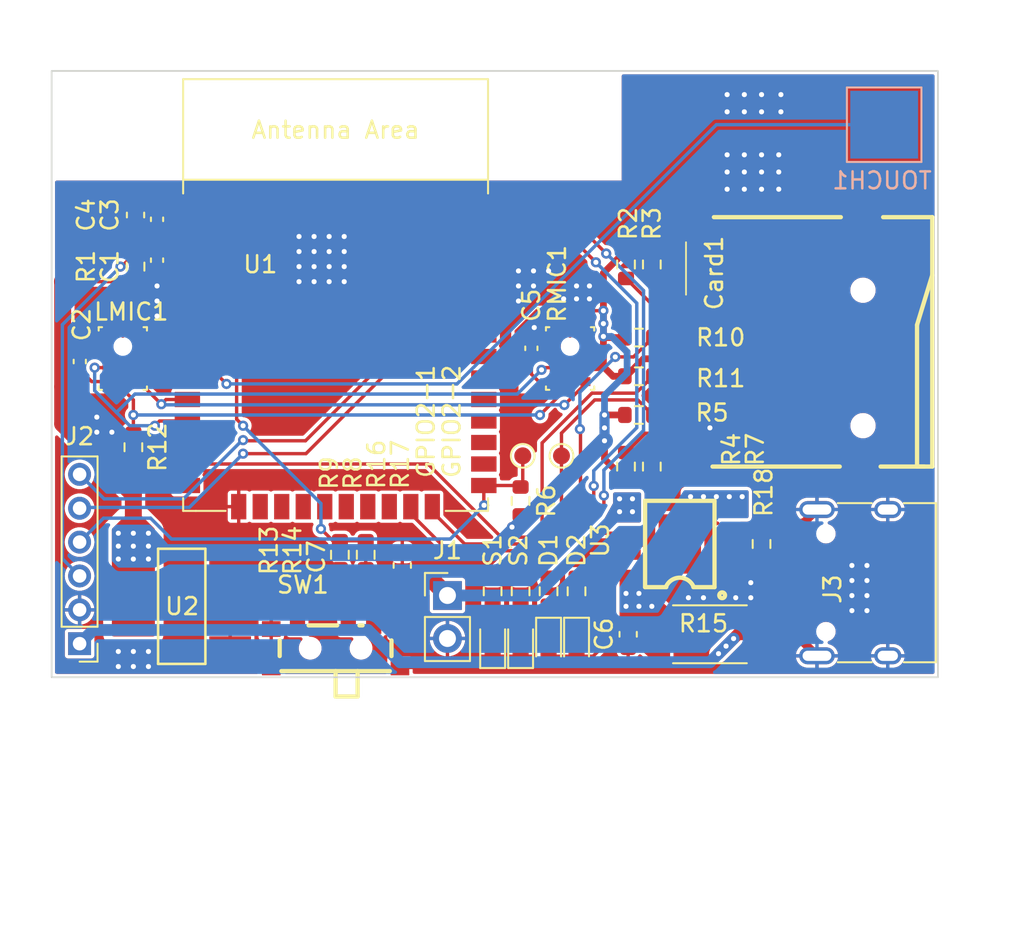
<source format=kicad_pcb>
(kicad_pcb (version 20211014) (generator pcbnew)
  (title_block (title "Esp32-Mic") (date "2022-07-28") (rev "1.0"))
  (layers (0 "F.Cu" signal) (31 "B.Cu" signal) (34 "B.Paste" user) (35 "F.Paste" user) (36 "B.SilkS" user "B.Silkscreen") (37 "F.SilkS" user "F.Silkscreen") (38 "B.Mask" user) (39 "F.Mask" user) (44 "Edge.Cuts" user))
  (net 0 "")
  (net 1 "/EN")
  (net 2 "GND")
  (net 3 "+3V3")
  (net 4 "/USBIN")
  (net 5 "BAT")
  (net 6 "/D2")
  (net 7 "/D3")
  (net 8 "/SDCMD")
  (net 9 "/SDCLK")
  (net 10 "/D0")
  (net 11 "/D1")
  (net 12 "Net-(Card1-Pad9)")
  (net 13 "Net-(D1-Pad1)")
  (net 14 "Net-(D2-Pad1)")
  (net 15 "/GPIO0")
  (net 16 "+5V")
  (net 17 "/RXD")
  (net 18 "/TXD")
  (net 27 "/WS")
  (net 28 "/SCK")
  (net 29 "/DIN")
  (net 30 "Net-(R8-Pad1)")
  (net 31 "Net-(R8-Pad2)")
  (net 32 "Net-(R9-Pad1)")
  (net 33 "Net-(R9-Pad2)")
  (net 34 "/BATIN")
  (net 35 "/BATADC")
  (net 36 "/STDBY")
  (net 37 "/CHRG")
  (net 38 "/PROG")
  (net 60 "Net-(TOUCH1-Pad1)")
  (footprint "Capacitor_SMD:C_0402_1005Metric" (layer "F.Cu") (at 108.331 64.389 90)
    (fp_text reference "C5")
    (fp_text value "0.1uf")
  )
  (footprint "ics43434:ics43434" (layer "F.Cu") (at 110.617 64.28 90)
    (fp_text reference "RMIC1")
    (fp_text value "ics43434")
  )
  (footprint "ics43434:ics43434" (layer "F.Cu") (at 84.212 64.28 90)
    (fp_text reference "LMIC1")
    (fp_text value "ics43434")
  )
  (footprint "Resistor_SMD:R_2512_6332Metric" (layer "F.Cu") (at 118.872 81.28 180)
    (fp_text reference "R15")
    (fp_text value "0.4")
  )
  (footprint "Capacitor_SMD:C_0402_1005Metric" (layer "F.Cu") (at 86.233 59.182 -90)
    (fp_text reference "C1")
    (fp_text value "0.1uf")
  )
  (footprint "Resistor_SMD:R_0603_1608Metric" (layer "F.Cu") (at 107.696 73.406 90)
    (fp_text reference "R6")
    (fp_text value "10k")
  )
  (footprint "Resistor_SMD:R_0603_1608Metric" (layer "F.Cu") (at 107.696 78.74 -90)
    (fp_text reference "R8")
    (fp_text value "1k")
  )
  (footprint "LED_SMD:LED_0603_1608Metric" (layer "F.Cu") (at 110.998 81.788 -90)
    (fp_text reference "D2")
    (fp_text value "CHRG")
  )
  (footprint "Capacitor_SMD:C_0402_1005Metric" (layer "F.Cu") (at 81.672 65.169 90)
    (fp_text reference "C2")
    (fp_text value "0.1uf")
  )
  (footprint "Resistor_SMD:R_0603_1608Metric" (layer "F.Cu") (at 115.443 71.374 -90)
    (fp_text reference "R7")
    (fp_text value "10k")
  )
  (footprint "Resistor_SMD:R_0603_1608Metric" (layer "F.Cu") (at 109.347 78.74 -90)
    (fp_text reference "R16")
    (fp_text value "1k")
  )
  (footprint "Resistor_SMD:R_0603_1608Metric" (layer "F.Cu") (at 84.963 59.563 90)
    (fp_text reference "R1")
    (fp_text value "10k")
  )
  (footprint "Resistor_SMD:R_0603_1608Metric" (layer "F.Cu") (at 115.443 59.436 90)
    (fp_text reference "R3")
    (fp_text value "10k")
  )
  (footprint "Resistor_SMD:R_0603_1608Metric" (layer "F.Cu") (at 84.836 70.231 -90)
    (fp_text reference "R12")
    (fp_text value "100k")
  )
  (footprint "LED_SMD:LED_0603_1608Metric" (layer "F.Cu") (at 107.696 81.788 90)
    (fp_text reference "S2")
    (fp_text value "S2")
  )
  (footprint "Resistor_SMD:R_0603_1608Metric" (layer "F.Cu") (at 114.676 63.754)
    (fp_text reference "R10")
    (fp_text value "10k")
  )
  (footprint "Espressif:ESP32-WROOM-32E" (layer "F.Cu") (at 96.774 62.992)
    (fp_text reference "U1")
    (fp_text value "ESP32-WROOM-E")
  )
  (footprint "kicad_lceda:SW-SMD_G-SWITCH_MK-12C02-G015" (layer "F.Cu") (at 96.774 81.748)
    (fp_text reference "SW1")
    (fp_text value "MK-12C02-G015")
  )
  (footprint "kicad_lceda:SOT-223_L6.5-W3.5-P2.30-LS7.0-BR" (layer "F.Cu") (at 87.69125 79.629)
    (fp_text reference "U2")
    (fp_text value "BL9110-330BPFB")
  )
  (footprint "TestPoint:TestPoint_Pad_D1.0mm" (layer "F.Cu") (at 110.109 70.739)
    (fp_text reference "GPIO2-2")
    (fp_text value "GPIO2")
  )
  (footprint "Capacitor_SMD:C_0402_1005Metric" (layer "F.Cu") (at 86.233 56.769 90)
    (fp_text reference "C3")
    (fp_text value "0.1uf")
  )
  (footprint "Connector_USB:USB_C_Receptacle_HRO_TYPE-C-31-M-12" (layer "F.Cu") (at 128.322 78.232 90)
    (fp_text reference "J3")
    (fp_text value "USB_C_Receptacle_USB2.0")
  )
  (footprint "Resistor_SMD:R_0603_1608Metric" (layer "F.Cu") (at 106.045 78.74 -90)
    (fp_text reference "R9")
    (fp_text value "1k")
  )
  (footprint "Resistor_SMD:R_0603_1608Metric" (layer "F.Cu") (at 98.552 76.581 90)
    (fp_text reference "R14")
    (fp_text value "10k")
  )
  (footprint "LED_SMD:LED_0603_1608Metric" (layer "F.Cu") (at 109.347 81.788 -90)
    (fp_text reference "D1")
    (fp_text value "STDBY")
  )
  (footprint "kicad_lceda:TF-SMD_TF-01A" (layer "F.Cu") (at 122.433 64.008 90)
    (fp_text reference "Card1")
    (fp_text value "TF-01A")
  )
  (footprint "LED_SMD:LED_0603_1608Metric" (layer "F.Cu") (at 106.045 81.788 90)
    (fp_text reference "S1")
    (fp_text value "S1")
  )
  (footprint "Capacitor_SMD:C_0603_1608Metric" (layer "F.Cu") (at 100.711 77.216 90)
    (fp_text reference "C7")
    (fp_text value "10uf")
  )
  (footprint "Connector_PinHeader_2.54mm:PinHeader_1x02_P2.54mm_Vertical" (layer "F.Cu") (at 103.378 78.989)
    (fp_text reference "J1")
    (fp_text value "Conn_01x02_Female")
  )
  (footprint "Resistor_SMD:R_0603_1608Metric" (layer "F.Cu") (at 113.919 59.436 90)
    (fp_text reference "R2")
    (fp_text value "10k")
  )
  (footprint "kicad_lceda:ESOP-8_L4.9-W3.9-P1.27-LS6.0-BL-EP" (layer "F.Cu") (at 117.094 75.946 90)
    (fp_text reference "U3")
    (fp_text value "TP4056")
  )
  (footprint "Resistor_SMD:R_0603_1608Metric" (layer "F.Cu") (at 113.919 71.374 -90)
    (fp_text reference "R4")
    (fp_text value "10k")
  )
  (footprint "Capacitor_SMD:C_0603_1608Metric" (layer "F.Cu") (at 114.046 81.28 90)
    (fp_text reference "C6")
    (fp_text value "10uf")
  )
  (footprint "Resistor_SMD:R_0603_1608Metric" (layer "F.Cu") (at 114.676 66.04)
    (fp_text reference "R11")
    (fp_text value "10k")
  )
  (footprint "TestPoint:TestPoint_Pad_D1.0mm" (layer "F.Cu") (at 107.823 70.739)
    (fp_text reference "GPIO2-1")
    (fp_text value "GPIO2")
  )
  (footprint "Resistor_SMD:R_0603_1608Metric" (layer "F.Cu") (at 110.998 78.74 -90)
    (fp_text reference "R17")
    (fp_text value "1k")
  )
  (footprint "Connector_PinHeader_2.00mm:PinHeader_1x06_P2.00mm_Vertical" (layer "F.Cu") (at 81.661 81.835 180)
    (fp_text reference "J2")
    (fp_text value "Conn_01x06_Female")
  )
  (footprint "Resistor_SMD:R_0603_1608Metric" (layer "F.Cu") (at 114.676 68.326 180)
    (fp_text reference "R5")
    (fp_text value "10k")
  )
  (footprint "Capacitor_SMD:C_0603_1608Metric" (layer "F.Cu") (at 84.963 56.515 90)
    (fp_text reference "C4")
    (fp_text value "22uf")
  )
  (footprint "Resistor_SMD:R_0603_1608Metric" (layer "F.Cu") (at 97.028 76.581 90)
    (fp_text reference "R13")
    (fp_text value "10k")
  )
  (footprint "Resistor_SMD:R_0603_1608Metric" (layer "F.Cu") (at 121.92 75.946 90)
    (fp_text reference "R18")
    (fp_text value "1.2k")
  )
  (footprint "TestPoint:TestPoint_Pad_4.0x4.0mm" (layer "B.Cu") (at 129.159 51.181 180)
    (fp_text reference "TOUCH1")
    (fp_text value "TOUCH")
  )
  (gr_rect (start 80.01 48.006) (end 132.334 83.82) (layer "Edge.Cuts") (width 0.1) (fill none))
  (segment (start 86.197 58.738) (end 86.233 58.702) (width 0.2) (layer "F.Cu") (net 1))
  (segment (start 84.963 58.738) (end 86.197 58.738) (width 0.2) (layer "F.Cu") (net 1))
  (segment (start 86.413 58.522) (end 86.233 58.702) (width 0.2) (layer "F.Cu") (net 1))
  (segment (start 84.963 58.738) (end 84.138 59.563) (width 0.2) (layer "F.Cu") (net 1))
  (segment (start 88.024 58.522) (end 86.413 58.522) (width 0.2) (layer "F.Cu") (net 1))
  (segment (start 84.138 59.563) (end 84.074 59.563) (width 0.2) (layer "F.Cu") (net 1))
  (via (at 84.074 59.563) (size 0.6) (drill 0.3) (layers "F.Cu" "B.Cu") (net 1))
  (segment (start 80.645 62.992) (end 84.074 59.563) (width 0.2) (layer "B.Cu") (net 1))
  (segment (start 81.661 77.835) (end 80.645 76.819) (width 0.2) (layer "B.Cu") (net 1))
  (segment (start 80.645 76.819) (end 80.645 62.992) (width 0.2) (layer "B.Cu") (net 1))
  (segment (start 108.331 63.909) (end 109.966999 63.909) (width 0.2) (layer "F.Cu") (net 2))
  (segment (start 109.966999 63.909) (end 109.966999 64.308) (width 0.2) (layer "F.Cu") (net 2))
  (segment (start 124.277 81.637) (end 125.192 82.552) (width 0.5) (layer "F.Cu") (net 2))
  (segment (start 124.277 74.982) (end 124.277 74.827) (width 0.5) (layer "F.Cu") (net 2))
  (segment (start 108.331 63.331822) (end 108.331 63.909) (width 0.2) (layer "F.Cu") (net 2))
  (segment (start 124.277 74.827) (end 125.192 73.912) (width 0.5) (layer "F.Cu") (net 2))
  (segment (start 81.672 64.689) (end 81.534 64.551) (width 0.2) (layer "F.Cu") (net 2))
  (segment (start 82.081 64.28) (end 83.561999 64.28) (width 0.2) (layer "F.Cu") (net 2))
  (segment (start 108.500911 63.161911) (end 108.331 63.331822) (width 0.2) (layer "F.Cu") (net 2))
  (segment (start 81.534 64.551) (end 81.534 62.865) (width 0.2) (layer "F.Cu") (net 2))
  (segment (start 124.277 81.482) (end 124.277 81.637) (width 0.5) (layer "F.Cu") (net 2))
  (segment (start 85.112 65.532) (end 84.510001 64.930001) (width 0.2) (layer "F.Cu") (net 2))
  (segment (start 81.672 64.689) (end 82.081 64.28) (width 0.2) (layer "F.Cu") (net 2))
  (via (at 120.904 53.975) (size 0.6) (drill 0.3) (layers "F.Cu" "B.Cu") (net 2))
  (via (at 83.947 83.185) (size 0.6) (drill 0.3) (layers "F.Cu" "B.Cu") (net 2))
  (via (at 119.888 50.419) (size 0.6) (drill 0.3) (layers "F.Cu" "B.Cu") (net 2))
  (via (at 121.285 79.121) (size 0.6) (drill 0.3) (layers "F.Cu" "B.Cu") (net 2))
  (via (at 128.143 77.216) (size 0.6) (drill 0.3) (layers "F.Cu" "B.Cu") (net 2))
  (via (at 120.904 54.991) (size 0.6) (drill 0.3) (layers "F.Cu" "B.Cu") (net 2))
  (via (at 120.396 79.121) (size 0.6) (drill 0.3) (layers "F.Cu" "B.Cu") (net 2))
  (via (at 121.92 49.403) (size 0.6) (drill 0.3) (layers "F.Cu" "B.Cu") (net 2))
  (via (at 123.063 49.403) (size 0.6) (drill 0.3) (layers "F.Cu" "B.Cu") (net 2))
  (via (at 94.615 60.452) (size 0.6) (drill 0.3) (layers "F.Cu" "B.Cu") (net 2))
  (via (at 111.76 61.468) (size 0.6) (drill 0.3) (layers "F.Cu" "B.Cu") (net 2))
  (via (at 109.347 59.817) (size 0.6) (drill 0.3) (layers "F.Cu" "B.Cu") (net 2))
  (via (at 128.143 78.994) (size 0.6) (drill 0.3) (layers "F.Cu" "B.Cu") (net 2))
  (via (at 95.504 59.563) (size 0.6) (drill 0.3) (layers "F.Cu" "B.Cu") (net 2))
  (via (at 82.677 69.342) (size 0.6) (drill 0.3) (layers "F.Cu" "B.Cu") (net 2))
  (via (at 97.282 60.452) (size 0.6) (drill 0.3) (layers "F.Cu" "B.Cu") (net 2))
  (via (at 110.998 60.706) (size 0.6) (drill 0.3) (layers "F.Cu" "B.Cu") (net 2))
  (via (at 84.836 83.185) (size 0.6) (drill 0.3) (layers "F.Cu" "B.Cu") (net 2))
  (via (at 127.254 79.883) (size 0.6) (drill 0.3) (layers "F.Cu" "B.Cu") (net 2))
  (via (at 83.947 82.296) (size 0.6) (drill 0.3) (layers "F.Cu" "B.Cu") (net 2))
  (via (at 122.936 52.959) (size 0.6) (drill 0.3) (layers "F.Cu" "B.Cu") (net 2))
  (via (at 96.393 59.563) (size 0.6) (drill 0.3) (layers "F.Cu" "B.Cu") (net 2))
  (via (at 107.569 59.817) (size 0.6) (drill 0.3) (layers "F.Cu" "B.Cu") (net 2))
  (via (at 127.254 78.994) (size 0.6) (drill 0.3) (layers "F.Cu" "B.Cu") (net 2))
  (via (at 121.285 78.232) (size 0.6) (drill 0.3) (layers "F.Cu" "B.Cu") (net 2))
  (via (at 96.393 58.674) (size 0.6) (drill 0.3) (layers "F.Cu" "B.Cu") (net 2))
  (via (at 83.566 69.342) (size 0.6) (drill 0.3) (layers "F.Cu" "B.Cu") (net 2))
  (via (at 94.615 57.785) (size 0.6) (drill 0.3) (layers "F.Cu" "B.Cu") (net 2))
  (via (at 97.282 59.563) (size 0.6) (drill 0.3) (layers "F.Cu" "B.Cu") (net 2))
  (via (at 122.936 54.991) (size 0.6) (drill 0.3) (layers "F.Cu" "B.Cu") (net 2))
  (via (at 86.233 60.706) (size 0.6) (drill 0.3) (layers "F.Cu" "B.Cu") (net 2))
  (via (at 119.888 53.975) (size 0.6) (drill 0.3) (layers "F.Cu" "B.Cu") (net 2))
  (via (at 95.504 57.785) (size 0.6) (drill 0.3) (layers "F.Cu" "B.Cu") (net 2))
  (via (at 86.233 62.484) (size 0.6) (drill 0.3) (layers "F.Cu" "B.Cu") (net 2))
  (via (at 94.615 58.674) (size 0.6) (drill 0.3) (layers "F.Cu" "B.Cu") (net 2))
  (via (at 119.888 52.959) (size 0.6) (drill 0.3) (layers "F.Cu" "B.Cu") (net 2))
  (via (at 119.888 54.991) (size 0.6) (drill 0.3) (layers "F.Cu" "B.Cu") (net 2))
  (via (at 97.282 58.674) (size 0.6) (drill 0.3) (layers "F.Cu" "B.Cu") (net 2))
  (via (at 121.92 54.991) (size 0.6) (drill 0.3) (layers "F.Cu" "B.Cu") (net 2))
  (via (at 121.92 50.419) (size 0.6) (drill 0.3) (layers "F.Cu" "B.Cu") (net 2))
  (via (at 128.143 79.883) (size 0.6) (drill 0.3) (layers "F.Cu" "B.Cu") (net 2))
  (via (at 107.569 60.706) (size 0.6) (drill 0.3) (layers "F.Cu" "B.Cu") (net 2))
  (via (at 82.677 68.453) (size 0.6) (drill 0.3) (layers "F.Cu" "B.Cu") (net 2))
  (via (at 120.904 52.959) (size 0.6) (drill 0.3) (layers "F.Cu" "B.Cu") (net 2))
  (via (at 110.998 61.468) (size 0.6) (drill 0.3) (layers "F.Cu" "B.Cu") (net 2))
  (via (at 94.615 59.563) (size 0.6) (drill 0.3) (layers "F.Cu" "B.Cu") (net 2))
  (via (at 118.491 79.121) (size 0.6) (drill 0.3) (layers "F.Cu" "B.Cu") (net 2))
  (via (at 84.836 82.296) (size 0.6) (drill 0.3) (layers "F.Cu" "B.Cu") (net 2))
  (via (at 108.458 60.706) (size 0.6) (drill 0.3) (layers "F.Cu" "B.Cu") (net 2))
  (via (at 120.904 49.403) (size 0.6) (drill 0.3) (layers "F.Cu" "B.Cu") (net 2))
  (via (at 120.904 50.419) (size 0.6) (drill 0.3) (layers "F.Cu" "B.Cu") (net 2))
  (via (at 97.282 57.785) (size 0.6) (drill 0.3) (layers "F.Cu" "B.Cu") (net 2))
  (via (at 107.569 61.595) (size 0.6) (drill 0.3) (layers "F.Cu" "B.Cu") (net 2))
  (via (at 110.236 61.468) (size 0.6) (drill 0.3) (layers "F.Cu" "B.Cu") (net 2))
  (via (at 127.254 77.216) (size 0.6) (drill 0.3) (layers "F.Cu" "B.Cu") (net 2))
  (via (at 85.725 83.185) (size 0.6) (drill 0.3) (layers "F.Cu" "B.Cu") (net 2))
  (via (at 108.500911 63.161911) (size 0.6) (drill 0.3) (layers "F.Cu" "B.Cu") (net 2))
  (via (at 85.725 82.296) (size 0.6) (drill 0.3) (layers "F.Cu" "B.Cu") (net 2))
  (via (at 128.143 78.105) (size 0.6) (drill 0.3) (layers "F.Cu" "B.Cu") (net 2))
  (via (at 119.888 49.403) (size 0.6) (drill 0.3) (layers "F.Cu" "B.Cu") (net 2))
  (via (at 95.504 60.452) (size 0.6) (drill 0.3) (layers "F.Cu" "B.Cu") (net 2))
  (via (at 95.504 58.674) (size 0.6) (drill 0.3) (layers "F.Cu" "B.Cu") (net 2))
  (via (at 122.936 53.975) (size 0.6) (drill 0.3) (layers "F.Cu" "B.Cu") (net 2))
  (via (at 123.063 50.419) (size 0.6) (drill 0.3) (layers "F.Cu" "B.Cu") (net 2))
  (via (at 86.233 61.595) (size 0.6) (drill 0.3) (layers "F.Cu" "B.Cu") (net 2))
  (via (at 111.76 60.706) (size 0.6) (drill 0.3) (layers "F.Cu" "B.Cu") (net 2))
  (via (at 108.458 59.817) (size 0.6) (drill 0.3) (layers "F.Cu" "B.Cu") (net 2))
  (via (at 96.393 57.785) (size 0.6) (drill 0.3) (layers "F.Cu" "B.Cu") (net 2))
  (via (at 127.254 78.105) (size 0.6) (drill 0.3) (layers "F.Cu" "B.Cu") (net 2))
  (via (at 121.92 52.959) (size 0.6) (drill 0.3) (layers "F.Cu" "B.Cu") (net 2))
  (via (at 118.872 69.088) (size 0.6) (drill 0.3) (layers "F.Cu" "B.Cu") (net 2))
  (via (at 117.602 79.121) (size 0.6) (drill 0.3) (layers "F.Cu" "B.Cu") (net 2))
  (via (at 121.92 53.975) (size 0.6) (drill 0.3) (layers "F.Cu" "B.Cu") (net 2))
  (via (at 96.393 60.452) (size 0.6) (drill 0.3) (layers "F.Cu" "B.Cu") (net 2))
  (segment (start 108.500911 63.161911) (end 108.542089 63.161911) (width 0.2) (layer "B.Cu") (net 2))
  (segment (start 86.236 57.252) (end 86.233 57.249) (width 0.7) (layer "F.Cu") (net 3))
  (segment (start 112.522 65.532) (end 112.584 65.47) (width 0.4) (layer "F.Cu") (net 3))
  (segment (start 84.83425 75.31275) (end 84.83425 73.02325) (width 1) (layer "F.Cu") (net 3))
  (segment (start 81.671 65.649) (end 80.662 66.658) (width 0.2) (layer "F.Cu") (net 3))
  (segment (start 82.377 66.354) (end 83.312 66.354) (width 0.2) (layer "F.Cu") (net 3))
  (segment (start 90.54925 79.629) (end 84.83425 79.629) (width 1) (layer "F.Cu") (net 3))
  (segment (start 112.649 63.754) (end 112.584 63.689) (width 0.4) (layer "F.Cu") (net 3))
  (segment (start 112.649 68.326) (end 112.649 69.596) (width 0.4) (layer "F.Cu") (net 3))
  (segment (start 107.696 74.4535) (end 107.696 74.231) (width 0.2) (layer "F.Cu") (net 3))
  (segment (start 112.584 59.946) (end 113.919 58.611) (width 0.4) (layer "F.Cu") (net 3))
  (segment (start 113.851 63.754) (end 112.649 63.754) (width 0.4) (layer "F.Cu") (net 3))
  (segment (start 115.443 58.611) (end 113.919 58.611) (width 0.4) (layer "F.Cu") (net 3))
  (segment (start 113.851 68.326) (end 112.649 68.326) (width 0.4) (layer "F.Cu") (net 3))
  (segment (start 112.584 62.168) (end 112.584 59.946) (width 0.4) (layer "F.Cu") (net 3))
  (segment (start 107.442 63.373) (end 108.647 62.168) (width 0.2) (layer "F.Cu") (net 3))
  (segment (start 112.649 69.596) (end 112.649 70.929) (width 0.4) (layer "F.Cu") (net 3))
  (segment (start 81.672 65.649) (end 82.377 66.354) (width 0.2) (layer "F.Cu") (net 3))
  (segment (start 84.83425 76.83675) (end 84.83425 76.07475) (width 1) (layer "F.Cu") (net 3))
  (segment (start 107.442 64.516) (end 107.442 63.373) (width 0.2) (layer "F.Cu") (net 3))
  (segment (start 112.584 62.93) (end 112.584 62.168) (width 0.4) (layer "F.Cu") (net 3))
  (segment (start 80.662 66.658) (end 80.662 60.435) (width 1) (layer "F.Cu") (net 3))
  (segment (start 107.795 64.869) (end 107.442 64.516) (width 0.2) (layer "F.Cu") (net 3))
  (segment (start 112.649 70.929) (end 113.919 72.199) (width 0.4) (layer "F.Cu") (net 3))
  (segment (start 83.807 57.29) (end 84.963 57.29) (width 1) (layer "F.Cu") (net 3))
  (segment (start 113.154 66.04) (end 112.584 65.47) (width 0.4) (layer "F.Cu") (net 3))
  (segment (start 84.83425 76.07475) (end 84.83425 75.31275) (width 1) (layer "F.Cu") (net 3))
  (segment (start 108.647 62.168) (end 112.584 62.168) (width 0.2) (layer "F.Cu") (net 3))
  (segment (start 113.922106 66.04) (end 114.955106 65.007) (width 0.4) (layer "F.Cu") (net 3))
  (segment (start 80.662 68.851) (end 80.662 66.658) (width 1) (layer "F.Cu") (net 3))
  (segment (start 108.331 64.869) (end 107.795 64.869) (width 0.2) (layer "F.Cu") (net 3))
  (segment (start 86.233 57.249) (end 85.004 57.249) (width 0.7) (layer "F.Cu") (net 3))
  (segment (start 85.004 57.249) (end 84.963 57.29) (width 0.7) (layer "F.Cu") (net 3))
  (segment (start 80.645 60.452) (end 83.807 57.29) (width 1) (layer "F.Cu") (net 3))
  (segment (start 112.584 63.689) (end 112.584 62.93) (width 0.4) (layer "F.Cu") (net 3))
  (segment (start 84.899 60.452) (end 80.645 60.452) (width 0.2) (layer "F.Cu") (net 3))
  (segment (start 81.672 65.649) (end 81.671 65.649) (width 0.2) (layer "F.Cu") (net 3))
  (segment (start 107.188 74.9465) (end 107.203 74.9465) (width 0.2) (layer "F.Cu") (net 3))
  (segment (start 84.83425 79.629) (end 84.83425 76.83675) (width 1) (layer "F.Cu") (net 3))
  (segment (start 108.331 65.913) (end 108.772 66.354) (width 0.2) (layer "F.Cu") (net 3))
  (segment (start 108.772 66.354) (end 109.717 66.354) (width 0.2) (layer "F.Cu") (net 3))
  (segment (start 80.662 68.851) (end 84.83425 73.02325) (width 1) (layer "F.Cu") (net 3))
  (segment (start 112.584 65.47) (end 112.584 63.689) (width 0.4) (layer "F.Cu") (net 3))
  (segment (start 88.024 57.252) (end 86.236 57.252) (width 0.7) (layer "F.Cu") (net 3))
  (segment (start 84.963 60.388) (end 84.899 60.452) (width 0.2) (layer "F.Cu") (net 3))
  (segment (start 114.955106 65.007) (end 117.157 65.007) (width 0.4) (layer "F.Cu") (net 3))
  (segment (start 107.203 74.9465) (end 107.696 74.4535) (width 0.2) (layer "F.Cu") (net 3))
  (segment (start 111.517 65.532) (end 112.522 65.532) (width 0.4) (layer "F.Cu") (net 3))
  (segment (start 108.331 64.869) (end 108.331 65.913) (width 0.2) (layer "F.Cu") (net 3))
  (segment (start 113.851 66.04) (end 113.922106 66.04) (width 0.4) (layer "F.Cu") (net 3))
  (segment (start 113.851 66.04) (end 113.154 66.04) (width 0.4) (layer "F.Cu") (net 3))
  (via (at 84.83425 76.83675) (size 0.6) (drill 0.3) (layers "F.Cu" "B.Cu") (net 3))
  (via (at 85.725 76.073) (size 0.6) (drill 0.3) (layers "F.Cu" "B.Cu") (net 3))
  (via (at 83.947 76.835) (size 0.6) (drill 0.3) (layers "F.Cu" "B.Cu") (net 3))
  (via (at 112.649 69.85) (size 0.6) (drill 0.3) (layers "F.Cu" "B.Cu") (net 3))
  (via (at 84.83425 76.07475) (size 0.6) (drill 0.3) (layers "F.Cu" "B.Cu") (net 3))
  (via (at 85.725 76.835) (size 0.6) (drill 0.3) (layers "F.Cu" "B.Cu") (net 3))
  (via (at 112.584 63.689) (size 0.6) (drill 0.3) (layers "F.Cu" "B.Cu") (net 3))
  (via (at 85.725 75.311) (size 0.6) (drill 0.3) (layers "F.Cu" "B.Cu") (net 3))
  (via (at 112.584 62.93) (size 0.6) (drill 0.3) (layers "F.Cu" "B.Cu") (net 3))
  (via (at 107.188 74.9465) (size 0.6) (drill 0.3) (layers "F.Cu" "B.Cu") (net 3))
  (via (at 83.947 76.073) (size 0.6) (drill 0.3) (layers "F.Cu" "B.Cu") (net 3))
  (via (at 83.947 75.311) (size 0.6) (drill 0.3) (layers "F.Cu" "B.Cu") (net 3))
  (via (at 112.649 68.326) (size 0.6) (drill 0.3) (layers "F.Cu" "B.Cu") (net 3))
  (via (at 112.584 62.168) (size 0.6) (drill 0.3) (layers "F.Cu" "B.Cu") (net 3))
  (via (at 84.83425 75.31275) (size 0.6) (drill 0.3) (layers "F.Cu" "B.Cu") (net 3))
  (via (at 112.649 69.088) (size 0.6) (drill 0.3) (layers "F.Cu" "B.Cu") (net 3))
  (segment (start 113.984 64.60705) (end 113.984 65.848) (width 0.4) (layer "B.Cu") (net 3))
  (segment (start 85.0865 76.327) (end 85.2135 76.454) (width 1) (layer "B.Cu") (net 3))
  (segment (start 112.649 67.183) (end 112.649 68.326) (width 0.4) (layer "B.Cu") (net 3))
  (segment (start 113.06595 63.689) (end 113.984 64.60705) (width 0.4) (layer "B.Cu") (net 3))
  (segment (start 112.584 62.168) (end 112.584 63.689) (width 0.4) (layer "B.Cu") (net 3))
  (segment (start 112.584 63.689) (end 113.06595 63.689) (width 0.4) (layer "B.Cu") (net 3))
  (segment (start 106.045 76.454) (end 112.649 69.85) (width 1) (layer "B.Cu") (net 3))
  (segment (start 112.649 68.326) (end 112.649 69.85) (width 0.6) (layer "B.Cu") (net 3))
  (segment (start 113.984 65.848) (end 112.649 67.183) (width 0.4) (layer "B.Cu") (net 3))
  (segment (start 85.2135 76.454) (end 106.045 76.454) (width 1) (layer "B.Cu") (net 3))
  (segment (start 110.998 82.5755) (end 111.9755 82.5755) (width 0.2) (layer "F.Cu") (net 4))
  (segment (start 109.347 82.5755) (end 110.998 82.5755) (width 0.2) (layer "F.Cu") (net 4))
  (segment (start 111.9755 82.5755) (end 114.046 80.505) (width 0.2) (layer "F.Cu") (net 4))
  (via (at 119.253 73.152) (size 0.6) (drill 0.3) (layers "F.Cu" "B.Cu") (net 4))
  (via (at 114.681 79.629) (size 0.6) (drill 0.3) (layers "F.Cu" "B.Cu") (net 4))
  (via (at 120.015 73.152) (size 0.6) (drill 0.3) (layers "F.Cu" "B.Cu") (net 4))
  (via (at 118.491 73.152) (size 0.6) (drill 0.3) (layers "F.Cu" "B.Cu") (net 4))
  (via (at 115.443 79.629) (size 0.6) (drill 0.3) (layers "F.Cu" "B.Cu") (net 4))
  (via (at 113.919 79.629) (size 0.6) (drill 0.3) (layers "F.Cu" "B.Cu") (net 4))
  (via (at 117.729 73.152) (size 0.6) (drill 0.3) (layers "F.Cu" "B.Cu") (net 4))
  (via (at 114.681 78.867) (size 0.6) (drill 0.3) (layers "F.Cu" "B.Cu") (net 4))
  (via (at 120.777 73.152) (size 0.6) (drill 0.3) (layers "F.Cu" "B.Cu") (net 4))
  (via (at 113.919 78.867) (size 0.6) (drill 0.3) (layers "F.Cu" "B.Cu") (net 4))
  (segment (start 100.317 77.991) (end 100.711 77.991) (width 1) (layer "F.Cu") (net 5))
  (segment (start 100.711 77.991) (end 102.38 77.991) (width 1) (layer "F.Cu") (net 5))
  (segment (start 102.38 77.991) (end 103.378 78.989) (width 1) (layer "F.Cu") (net 5))
  (segment (start 99.024 80.257) (end 99.024 79.284) (width 1) (layer "F.Cu") (net 5))
  (segment (start 99.024 79.284) (end 100.317 77.991) (width 1) (layer "F.Cu") (net 5))
  (via (at 114.3 74.041) (size 0.6) (drill 0.3) (layers "F.Cu" "B.Cu") (net 5))
  (via (at 114.3 73.279) (size 0.6) (drill 0.3) (layers "F.Cu" "B.Cu") (net 5))
  (via (at 113.538 73.279) (size 0.6) (drill 0.3) (layers "F.Cu" "B.Cu") (net 5))
  (via (at 113.538 74.041) (size 0.6) (drill 0.3) (layers "F.Cu" "B.Cu") (net 5))
  (segment (start 103.378 78.989) (end 108.59 78.989) (width 0.7) (layer "B.Cu") (net 5))
  (segment (start 108.59 78.989) (end 113.538 74.041) (width 0.7) (layer "B.Cu") (net 5))
  (segment (start 116.889 61.707) (end 117.157 61.707) (width 0.2) (layer "F.Cu") (net 6))
  (segment (start 115.443 60.261) (end 116.889 61.707) (width 0.2) (layer "F.Cu") (net 6))
  (segment (start 116.465 62.807) (end 113.919 60.261) (width 0.2) (layer "F.Cu") (net 7))
  (segment (start 117.157 62.807) (end 116.465 62.807) (width 0.2) (layer "F.Cu") (net 7))
  (segment (start 108.877685 76.346) (end 103.397 76.346) (width 0.2) (layer "F.Cu") (net 8))
  (segment (start 115.501 63.754) (end 115.654 63.907) (width 0.2) (layer "F.Cu") (net 8))
  (segment (start 103.397 76.346) (end 101.214 74.163) (width 0.2) (layer "F.Cu") (net 8))
  (segment (start 111.196754 69.159754) (end 111.231411 69.194411) (width 0.2) (layer "F.Cu") (net 8))
  (segment (start 101.214 74.163) (end 101.214 73.742) (width 0.2) (layer "F.Cu") (net 8))
  (segment (start 114.358 64.897) (end 115.501 63.754) (width 0.2) (layer "F.Cu") (net 8))
  (segment (start 111.231411 69.194411) (end 111.231411 73.992274) (width 0.2) (layer "F.Cu") (net 8))
  (segment (start 111.231411 73.992274) (end 108.877685 76.346) (width 0.2) (layer "F.Cu") (net 8))
  (segment (start 113.284 64.897) (end 114.358 64.897) (width 0.2) (layer "F.Cu") (net 8))
  (segment (start 115.654 63.907) (end 117.157 63.907) (width 0.2) (layer "F.Cu") (net 8))
  (via (at 113.284 64.897) (size 0.6) (drill 0.3) (layers "F.Cu" "B.Cu") (net 8))
  (via (at 111.196754 69.159754) (size 0.6) (drill 0.3) (layers "F.Cu" "B.Cu") (net 8))
  (segment (start 111.196754 69.159754) (end 111.196754 66.984246) (width 0.2) (layer "B.Cu") (net 8))
  (segment (start 111.196754 66.984246) (end 113.284 64.897) (width 0.2) (layer "B.Cu") (net 8))
  (segment (start 115.501 66.04) (end 115.568 66.107) (width 0.2) (layer "F.Cu") (net 9))
  (segment (start 108.546314 75.546) (end 108.966 75.126314) (width 0.2) (layer "F.Cu") (net 9))
  (segment (start 102.229 71.222) (end 106.553 75.546) (width 0.2) (layer "F.Cu") (net 9))
  (segment (start 88.024 71.222) (end 102.229 71.222) (width 0.2) (layer "F.Cu") (net 9))
  (segment (start 108.966 75.126314) (end 108.966 69.977) (width 0.2) (layer "F.Cu") (net 9))
  (segment (start 106.553 75.546) (end 108.546314 75.546) (width 0.2) (layer "F.Cu") (net 9))
  (segment (start 114.504 67.037) (end 115.501 66.04) (width 0.2) (layer "F.Cu") (net 9))
  (segment (start 108.966 69.977) (end 111.906 67.037) (width 0.2) (layer "F.Cu") (net 9))
  (segment (start 115.568 66.107) (end 117.157 66.107) (width 0.2) (layer "F.Cu") (net 9))
  (segment (start 111.906 67.037) (end 114.504 67.037) (width 0.2) (layer "F.Cu") (net 9))
  (segment (start 110.109 69.399686) (end 112.071686 67.437) (width 0.2) (layer "F.Cu") (net 10))
  (segment (start 110.109 74.549) (end 110.109 70.739) (width 0.2) (layer "F.Cu") (net 10))
  (segment (start 114.612 67.437) (end 115.501 68.326) (width 0.2) (layer "F.Cu") (net 10))
  (segment (start 112.071686 67.437) (end 114.612 67.437) (width 0.2) (layer "F.Cu") (net 10))
  (segment (start 110.109 70.739) (end 110.109 69.399686) (width 0.2) (layer "F.Cu") (net 10))
  (segment (start 104.394 75.946) (end 108.712 75.946) (width 0.2) (layer "F.Cu") (net 10))
  (segment (start 102.484 74.036) (end 104.394 75.946) (width 0.2) (layer "F.Cu") (net 10))
  (segment (start 115.501 68.326) (end 115.52 68.307) (width 0.2) (layer "F.Cu") (net 10))
  (segment (start 115.52 68.307) (end 117.157 68.307) (width 0.2) (layer "F.Cu") (net 10))
  (segment (start 108.712 75.946) (end 110.109 74.549) (width 0.2) (layer "F.Cu") (net 10))
  (segment (start 102.484 73.742) (end 102.484 74.036) (width 0.2) (layer "F.Cu") (net 10))
  (segment (start 113.919 70.549) (end 115.061 69.407) (width 0.2) (layer "F.Cu") (net 11))
  (segment (start 115.061 69.407) (end 117.157 69.407) (width 0.2) (layer "F.Cu") (net 11))
  (segment (start 115.443 70.549) (end 115.485 70.507) (width 0.2) (layer "F.Cu") (net 12))
  (segment (start 115.485 70.507) (end 117.157 70.507) (width 0.2) (layer "F.Cu") (net 12))
  (segment (start 109.347 79.565) (end 109.347 81.0005) (width 0.2) (layer "F.Cu") (net 13))
  (segment (start 110.998 79.565) (end 110.998 81.0005) (width 0.2) (layer "F.Cu") (net 14))
  (segment (start 107.823 70.739) (end 107.823 72.454) (width 0.2) (layer "F.Cu") (net 15))
  (segment (start 107.607 72.492) (end 107.696 72.581) (width 0.2) (layer "F.Cu") (net 15))
  (segment (start 107.823 72.454) (end 107.696 72.581) (width 0.2) (layer "F.Cu") (net 15))
  (segment (start 105.524 73.647) (end 105.537 73.66) (width 0.2) (layer "F.Cu") (net 15))
  (segment (start 105.524 72.492) (end 107.607 72.492) (width 0.2) (layer "F.Cu") (net 15))
  (segment (start 105.524 72.492) (end 105.524 73.647) (width 0.2) (layer "F.Cu") (net 15))
  (via (at 105.537 73.66) (size 0.6) (drill 0.3) (layers "F.Cu" "B.Cu") (net 15))
  (segment (start 83.074 74.422) (end 81.661 75.835) (width 0.2) (layer "B.Cu") (net 15))
  (segment (start 87.084499 75.654499) (end 85.852 74.422) (width 0.2) (layer "B.Cu") (net 15))
  (segment (start 105.537 73.66) (end 103.542501 75.654499) (width 0.2) (layer "B.Cu") (net 15))
  (segment (start 103.542501 75.654499) (end 87.084499 75.654499) (width 0.2) (layer "B.Cu") (net 15))
  (segment (start 85.852 74.422) (end 83.074 74.422) (width 0.2) (layer "B.Cu") (net 15))
  (segment (start 120.523 81.28) (end 121.8345 81.28) (width 0.7) (layer "F.Cu") (net 16))
  (segment (start 122.936 76.2) (end 122.936 80.682) (width 0.5) (layer "F.Cu") (net 16))
  (segment (start 124.277 75.782) (end 123.354 75.782) (width 0.5) (layer "F.Cu") (net 16))
  (segment (start 123.354 75.782) (end 122.936 76.2) (width 0.5) (layer "F.Cu") (net 16))
  (segment (start 119.38 82.423) (end 120.523 81.28) (width 0.7) (layer "F.Cu") (net 16))
  (segment (start 122.936 80.682) (end 124.277 80.682) (width 0.5) (layer "F.Cu") (net 16))
  (via (at 119.38 82.423) (size 0.6) (drill 0.3) (layers "F.Cu" "B.Cu") (net 16))
  (via (at 120.269 81.534) (size 0.6) (drill 0.3) (layers "F.Cu" "B.Cu") (net 16))
  (via (at 119.8245 81.9785) (size 0.6) (drill 0.3) (layers "F.Cu" "B.Cu") (net 16))
  (segment (start 82.47 81.026) (end 98.679 81.026) (width 0.7) (layer "B.Cu") (net 16))
  (segment (start 98.679 81.026) (end 100.582 82.929) (width 0.7) (layer "B.Cu") (net 16))
  (segment (start 81.661 81.835) (end 82.47 81.026) (width 0.7) (layer "B.Cu") (net 16))
  (segment (start 119.8245 81.9785) (end 120.269 81.534) (width 0.7) (layer "B.Cu") (net 16))
  (segment (start 119.38 82.423) (end 119.8245 81.9785) (width 0.7) (layer "B.Cu") (net 16))
  (segment (start 118.874 82.929) (end 119.38 82.423) (width 0.7) (layer "B.Cu") (net 16))
  (segment (start 100.582 82.929) (end 118.874 82.929) (width 0.7) (layer "B.Cu") (net 16))
  (segment (start 104.574 61.062) (end 105.524 61.062) (width 0.2) (layer "F.Cu") (net 17))
  (segment (start 91.313 70.612) (end 95.024 70.612) (width 0.2) (layer "F.Cu") (net 17))
  (segment (start 95.024 70.612) (end 104.574 61.062) (width 0.2) (layer "F.Cu") (net 17))
  (via (at 91.313 70.612) (size 0.6) (drill 0.3) (layers "F.Cu" "B.Cu") (net 17))
  (segment (start 88.138 73.787) (end 81.709 73.787) (width 0.2) (layer "B.Cu") (net 17))
  (segment (start 91.313 70.612) (end 88.138 73.787) (width 0.2) (layer "B.Cu") (net 17))
  (segment (start 81.709 73.787) (end 81.661 73.835) (width 0.2) (layer "B.Cu") (net 17))
  (segment (start 91.350503 69.85) (end 94.996 69.85) (width 0.2) (layer "F.Cu") (net 18))
  (segment (start 91.313 69.812497) (end 91.350503 69.85) (width 0.2) (layer "F.Cu") (net 18))
  (segment (start 105.054 59.792) (end 105.524 59.792) (width 0.2) (layer "F.Cu") (net 18))
  (segment (start 94.996 69.85) (end 105.054 59.792) (width 0.2) (layer "F.Cu") (net 18))
  (via (at 91.313 69.812497) (size 0.6) (drill 0.3) (layers "F.Cu" "B.Cu") (net 18))
  (segment (start 87.798178 73.279) (end 83.105 73.279) (width 0.2) (layer "B.Cu") (net 18))
  (segment (start 91.264681 69.812497) (end 87.798178 73.279) (width 0.2) (layer "B.Cu") (net 18))
  (segment (start 83.105 73.279) (end 81.661 71.835) (width 0.2) (layer "B.Cu") (net 18))
  (segment (start 91.313 69.812497) (end 91.264681 69.812497) (width 0.2) (layer "B.Cu") (net 18))
  (segment (start 86.487 67.691) (end 86.766 67.412) (width 0.2) (layer "F.Cu") (net 27))
  (segment (start 111.517 66.495322) (end 111.517 66.354) (width 0.2) (layer "F.Cu") (net 27))
  (segment (start 85.112 66.354) (end 85.15 66.354) (width 0.2) (layer "F.Cu") (net 27))
  (segment (start 110.278661 67.733661) (end 111.517 66.495322) (width 0.2) (layer "F.Cu") (net 27))
  (segment (start 86.766 67.412) (end 88.024 67.412) (width 0.2) (layer "F.Cu") (net 27))
  (segment (start 85.15 66.354) (end 86.487 67.691) (width 0.2) (layer "F.Cu") (net 27))
  (via (at 110.278661 67.733661) (size 0.6) (drill 0.3) (layers "F.Cu" "B.Cu") (net 27))
  (via (at 86.487 67.691) (size 0.6) (drill 0.3) (layers "F.Cu" "B.Cu") (net 27))
  (segment (start 110.271 67.726) (end 86.522 67.726) (width 0.2) (layer "B.Cu") (net 27))
  (segment (start 110.278661 67.733661) (end 110.271 67.726) (width 0.2) (layer "B.Cu") (net 27))
  (segment (start 86.522 67.726) (end 86.487 67.691) (width 0.2) (layer "B.Cu") (net 27))
  (segment (start 109.0575 65.532) (end 109.717 65.532) (width 0.2) (layer "F.Cu") (net 28))
  (segment (start 108.9305 65.659) (end 109.0575 65.532) (width 0.2) (layer "F.Cu") (net 28))
  (segment (start 86.106 68.961) (end 86.385 68.682) (width 0.2) (layer "F.Cu") (net 28))
  (segment (start 83.312 65.532) (end 82.55 65.532) (width 0.2) (layer "F.Cu") (net 28))
  (segment (start 86.385 68.682) (end 88.024 68.682) (width 0.2) (layer "F.Cu") (net 28))
  (via (at 82.55 65.532) (size 0.6) (drill 0.3) (layers "F.Cu" "B.Cu") (net 28))
  (via (at 86.106 68.961) (size 0.6) (drill 0.3) (layers "F.Cu" "B.Cu") (net 28))
  (via (at 108.9305 65.659) (size 0.6) (drill 0.3) (layers "F.Cu" "B.Cu") (net 28))
  (segment (start 84.622471 68.961) (end 86.106 68.961) (width 0.2) (layer "B.Cu") (net 28))
  (segment (start 108.9305 65.659) (end 107.4985 67.091) (width 0.2) (layer "B.Cu") (net 28))
  (segment (start 83.840236 68.178764) (end 84.622471 68.961) (width 0.2) (layer "B.Cu") (net 28))
  (segment (start 82.55 65.532) (end 82.55 66.888529) (width 0.2) (layer "B.Cu") (net 28))
  (segment (start 107.4985 67.091) (end 84.928 67.091) (width 0.2) (layer "B.Cu") (net 28))
  (segment (start 84.928 67.091) (end 83.840236 68.178764) (width 0.2) (layer "B.Cu") (net 28))
  (segment (start 82.55 66.888529) (end 83.840236 68.178764) (width 0.2) (layer "B.Cu") (net 28))
  (segment (start 84.836 69.406) (end 85.382 69.952) (width 0.2) (layer "F.Cu") (net 29))
  (segment (start 84.212 66.813) (end 84.212 66.354) (width 0.2) (layer "F.Cu") (net 29))
  (segment (start 84.836 69.406) (end 84.836 68.326) (width 0.2) (layer "F.Cu") (net 29))
  (segment (start 110.617 66.354) (end 110.617 66.5475) (width 0.2) (layer "F.Cu") (net 29))
  (segment (start 84.836 68.326) (end 84.836 67.437) (width 0.2) (layer "F.Cu") (net 29))
  (segment (start 84.836 67.437) (end 84.212 66.813) (width 0.2) (layer "F.Cu") (net 29))
  (segment (start 85.382 69.952) (end 88.024 69.952) (width 0.2) (layer "F.Cu") (net 29))
  (segment (start 110.617 66.5475) (end 108.839 68.3255) (width 0.2) (layer "F.Cu") (net 29))
  (via (at 108.839 68.3255) (size 0.6) (drill 0.3) (layers "F.Cu" "B.Cu") (net 29))
  (via (at 84.836 68.326) (size 0.6) (drill 0.3) (layers "F.Cu" "B.Cu") (net 29))
  (segment (start 108.839 68.3255) (end 108.8385 68.326) (width 0.2) (layer "B.Cu") (net 29))
  (segment (start 108.8385 68.326) (end 84.836 68.326) (width 0.2) (layer "B.Cu") (net 29))
  (segment (start 112.749888 58.790869) (end 111.211019 57.252) (width 0.2) (layer "F.Cu") (net 30))
  (segment (start 111.211019 57.252) (end 105.524 57.252) (width 0.2) (layer "F.Cu") (net 30))
  (segment (start 108.465 77.146) (end 109.220686 77.146) (width 0.2) (layer "F.Cu") (net 30))
  (segment (start 112.6135 73.753186) (end 112.6135 73.082334) (width 0.2) (layer "F.Cu") (net 30))
  (segment (start 109.220686 77.146) (end 112.6135 73.753186) (width 0.2) (layer "F.Cu") (net 30))
  (segment (start 107.696 77.915) (end 108.465 77.146) (width 0.2) (layer "F.Cu") (net 30))
  (via (at 112.749888 58.790869) (size 0.6) (drill 0.3) (layers "F.Cu" "B.Cu") (net 30))
  (via (at 112.6135 73.082334) (size 0.6) (drill 0.3) (layers "F.Cu" "B.Cu") (net 30))
  (segment (start 114.954 69.242056) (end 112.6135 71.582556) (width 0.2) (layer "B.Cu") (net 30))
  (segment (start 114.954 60.979) (end 114.954 69.242056) (width 0.2) (layer "B.Cu") (net 30))
  (segment (start 112.6135 71.582556) (end 112.6135 73.082334) (width 0.2) (layer "B.Cu") (net 30))
  (segment (start 112.765869 58.790869) (end 114.954 60.979) (width 0.2) (layer "B.Cu") (net 30))
  (segment (start 112.749888 58.790869) (end 112.765869 58.790869) (width 0.2) (layer "B.Cu") (net 30))
  (segment (start 107.696 81.0005) (end 107.696 79.565) (width 0.2) (layer "F.Cu") (net 31))
  (segment (start 112.014 73.787) (end 112.014 72.517) (width 0.2) (layer "F.Cu") (net 32))
  (segment (start 106.045 77.597) (end 106.896 76.746) (width 0.2) (layer "F.Cu") (net 32))
  (segment (start 112.141 59.309) (end 111.354 58.522) (width 0.2) (layer "F.Cu") (net 32))
  (segment (start 111.354 58.522) (end 105.524 58.522) (width 0.2) (layer "F.Cu") (net 32))
  (segment (start 109.055 76.746) (end 112.014 73.787) (width 0.2) (layer "F.Cu") (net 32))
  (segment (start 106.045 77.915) (end 106.045 77.597) (width 0.2) (layer "F.Cu") (net 32))
  (segment (start 106.896 76.746) (end 109.055 76.746) (width 0.2) (layer "F.Cu") (net 32))
  (via (at 112.014 72.517) (size 0.6) (drill 0.3) (layers "F.Cu" "B.Cu") (net 32))
  (via (at 112.141 59.309) (size 0.6) (drill 0.3) (layers "F.Cu" "B.Cu") (net 32))
  (segment (start 112.141 59.309) (end 114.554 61.722) (width 0.2) (layer "B.Cu") (net 32))
  (segment (start 112.014 71.61637) (end 112.014 72.517) (width 0.2) (layer "B.Cu") (net 32))
  (segment (start 114.554 69.07637) (end 112.014 71.61637) (width 0.2) (layer "B.Cu") (net 32))
  (segment (start 114.554 61.722) (end 114.554 69.07637) (width 0.2) (layer "B.Cu") (net 32))
  (segment (start 106.045 79.565) (end 106.045 81.0005) (width 0.2) (layer "F.Cu") (net 33))
  (segment (start 96.252 77.329) (end 97.524 78.601) (width 1) (layer "F.Cu") (net 34))
  (segment (start 90.54925 77.329) (end 96.252 77.329) (width 1) (layer "F.Cu") (net 34))
  (segment (start 97.524 78.601) (end 97.524 80.257) (width 1) (layer "F.Cu") (net 34))
  (segment (start 90.932 64.29) (end 88.974 62.332) (width 0.2) (layer "F.Cu") (net 35))
  (segment (start 97.028 75.756) (end 96.610459 75.756) (width 0.2) (layer "F.Cu") (net 35))
  (segment (start 91.313 68.961) (end 90.932 68.58) (width 0.2) (layer "F.Cu") (net 35))
  (segment (start 96.610459 75.756) (end 95.909458 75.054999) (width 0.2) (layer "F.Cu") (net 35))
  (segment (start 88.974 62.332) (end 88.024 62.332) (width 0.2) (layer "F.Cu") (net 35))
  (segment (start 97.028 75.756) (end 98.552 75.756) (width 0.2) (layer "F.Cu") (net 35))
  (segment (start 90.932 68.58) (end 90.932 64.29) (width 0.2) (layer "F.Cu") (net 35))
  (via (at 95.909458 75.054999) (size 0.6) (drill 0.3) (layers "F.Cu" "B.Cu") (net 35))
  (via (at 91.313 68.961) (size 0.6) (drill 0.3) (layers "F.Cu" "B.Cu") (net 35))
  (segment (start 91.313 68.961) (end 95.909458 73.557458) (width 0.2) (layer "B.Cu") (net 35))
  (segment (start 95.909458 73.557458) (end 95.909458 75.054999) (width 0.2) (layer "B.Cu") (net 35))
  (segment (start 111.951 75.311) (end 109.347 77.915) (width 0.2) (layer "F.Cu") (net 36))
  (segment (start 114.186 75.311) (end 111.951 75.311) (width 0.2) (layer "F.Cu") (net 36))
  (segment (start 112.332 76.581) (end 110.998 77.915) (width 0.2) (layer "F.Cu") (net 37))
  (segment (start 114.186 76.581) (end 112.332 76.581) (width 0.2) (layer "F.Cu") (net 37))
  (segment (start 120.002 76.581) (end 121.73 76.581) (width 0.2) (layer "F.Cu") (net 38))
  (segment (start 121.73 76.581) (end 121.92 76.771) (width 0.2) (layer "F.Cu") (net 38))
  (segment (start 88.024 64.872) (end 88.713 64.872) (width 0.2) (layer "F.Cu") (net 60))
  (segment (start 88.713 64.872) (end 90.3325 66.4915) (width 0.2) (layer "F.Cu") (net 60))
  (via (at 90.3325 66.4915) (size 0.6) (drill 0.3) (layers "F.Cu" "B.Cu") (net 60))
  (segment (start 90.3325 66.4915) (end 103.9425 66.4915) (width 0.2) (layer "B.Cu") (net 60))
  (segment (start 103.9425 66.4915) (end 119.253 51.181) (width 0.2) (layer "B.Cu") (net 60))
  (segment (start 119.253 51.181) (end 129.159 51.181) (width 0.2) (layer "B.Cu") (net 60))
  (zone (net 0) (net_name "") (layer "F.Cu") (connect_pads yes (clearance 0)) (min_thickness 0.2)
    (keepout (tracks allowed) (vias allowed) (pads allowed) (copperpour not_allowed) (footprints allowed))
    (fill (thermal_gap 0.508) (thermal_bridge_width 0.508))
    (polygon (pts (xy 112.268 67.056) (xy 107.569 67.056) (xy 107.569 62.992) (xy 112.268 62.992)))
  )
  (zone (net 5) (net_name "BAT") (layers F&B.Cu) (priority 5) (connect_pads yes (clearance 0.2)) (min_thickness 0.2) (fill yes (thermal_gap 0.508) (thermal_bridge_width 0.508))
    (polygon (pts (xy 114.808 72.898) (xy 114.808 74.676) (xy 112.522 74.676) (xy 113.157 73.533) (xy 113.157 72.898)))
  )
  (zone (net 4) (net_name "/USBIN") (layer "F.Cu") (priority 5) (connect_pads yes (clearance 0.2)) (min_thickness 0.2) (fill yes (thermal_gap 0.508) (thermal_bridge_width 0.508))
    (polygon (pts (xy 121.158 74.422) (xy 119.38 74.422) (xy 117.348 73.533) (xy 117.348 72.771) (xy 121.158 72.771)))
  )
  (zone (net 2) (net_name "GND") (layers F&B.Cu) (priority 3) (connect_pads (clearance 0.2)) (min_thickness 0.2) (fill yes (thermal_gap 0.2) (thermal_bridge_width 0.2))
    (polygon (pts (xy 137.414 88.265) (xy 76.962 88.265) (xy 76.962 43.815) (xy 137.414 43.815)))
  )
  (zone (net 0) (net_name "") (layer "F.Cu") (connect_pads yes (clearance 0)) (min_thickness 0.2)
    (keepout (tracks allowed) (vias allowed) (pads allowed) (copperpour not_allowed) (footprints allowed))
    (fill (thermal_gap 0.508) (thermal_bridge_width 0.508))
    (polygon (pts (xy 85.852 67.056) (xy 81.28 67.056) (xy 81.28 62.992) (xy 85.852 62.992)))
  )
  (zone (net 3) (net_name "+3V3") (layer "F.Cu") (priority 5) (connect_pads yes (clearance 0.508)) (min_thickness 0.254) (fill yes (thermal_gap 0.508) (thermal_bridge_width 0.508))
    (polygon (pts (xy 86.106 75.057) (xy 86.106 81.407) (xy 83.566 81.407) (xy 83.566 75.057) (xy 84.328 74.295) (xy 85.344 74.295)))
  )
  (zone (net 16) (net_name "+5V") (layer "F.Cu") (priority 5) (connect_pads yes (clearance 0.2)) (min_thickness 0.2) (fill yes (thermal_gap 0.508) (thermal_bridge_width 0.508))
    (polygon (pts (xy 123.19 81.915) (xy 122.301 82.804) (xy 121.666 82.804) (xy 121.412 82.55) (xy 121.412 79.756) (xy 122.174 78.994) (xy 123.19 77.978)))
  )
  (zone (net 0) (net_name "") (layers F&B.Cu) (connect_pads yes (clearance 0)) (min_thickness 0.2)
    (keepout (tracks not_allowed) (vias not_allowed) (pads not_allowed) (copperpour not_allowed) (footprints allowed))
    (fill (thermal_gap 0.508) (thermal_bridge_width 0.508))
    (polygon (pts (xy 113.665 54.483) (xy 79.502 54.483) (xy 79.502 46.228) (xy 113.665 46.228)))
  )
  (zone (net 4) (net_name "/USBIN") (layer "F.Cu") (priority 5) (connect_pads yes (clearance 0.2)) (min_thickness 0.2) (fill yes (thermal_gap 0.508) (thermal_bridge_width 0.508))
    (polygon (pts (xy 114.808 78.232) (xy 116.332 79.629) (xy 116.332 82.677) (xy 115.316 82.677) (xy 113.538 81.026) (xy 113.538 77.47) (xy 114.808 77.47)))
  )
  (zone (net 4) (net_name "/USBIN") (layer "B.Cu") (priority 5) (connect_pads yes (clearance 0.2)) (min_thickness 0.2) (fill yes (thermal_gap 0.508) (thermal_bridge_width 0.508))
    (polygon (pts (xy 121.158 74.422) (xy 119.38 74.422) (xy 115.824 80.01) (xy 113.538 80.01) (xy 113.538 78.486) (xy 117.348 72.771) (xy 121.158 72.771)))
  )
  (zone (net 3) (net_name "+3V3") (layer "B.Cu") (priority 5) (connect_pads yes (clearance 0.2)) (min_thickness 0.2) (fill yes (thermal_gap 0.508) (thermal_bridge_width 0.508))
    (polygon (pts (xy 86.868 75.946) (xy 86.868 76.962) (xy 86.106 77.343) (xy 83.947 77.343) (xy 83.566 76.962) (xy 83.566 75.057) (xy 83.82 74.803) (xy 85.852 74.803)))
  )
)
</source>
